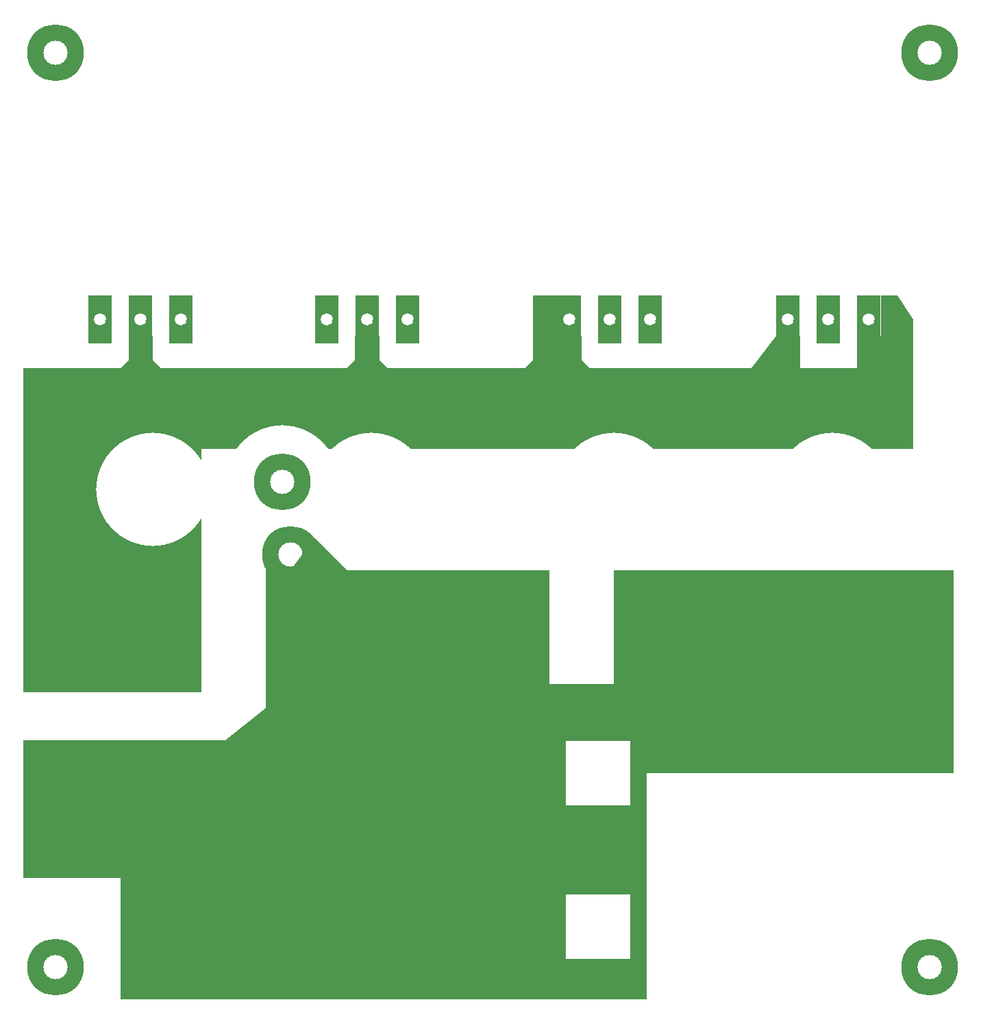
<source format=gbr>
G04 Top layer of Cree evaluation board*
%FSLAX32Y32*%
%MOMM*%
%ADD10C,7.00X3.00*%
%ADD11C,14.00*%
%ADD22R,3.0X6.0X1.5*%
%ADD23O,3.0X6.0X1.5*%
%ADD24R,8.0X8.0*%
G04 top layer main region 1*
%LPD*%
G01*
G36*
X00200Y04000D02*
X02400Y04000D01*
X02400Y07000D01*
X11200Y07000D01*

X11200Y08600D01*
X11000Y08900D01*
X10800Y08900D01*
X10800Y08400D01*
X10500Y08400D01*
X10500Y08000D01*

X09800Y08000D01*
X09800Y08400D01*
X09500Y08400D01*
X09200Y08000D01*

X07200Y08000D01*
X07100Y08100D01*
X07100Y08400D01*
X06800Y08400D01*
X06800Y08900D01*
X06500Y08900D01*
X06500Y08100D01*
X06400Y08000D01*

X04700Y08000D01*
X04600Y08100D01*
X04600Y08400D01*
X04300Y08400D01*
X04300Y08400D01*
X04300Y08100D01*
X04200Y08000D01*

X01900Y08000D01*
X01800Y08100D01*
X01800Y08400D01*
X01500Y08400D01*
X01500Y08100D01*
X01400Y08000D01*

X00200Y08000D01*
X00200Y04000D01*
G37*
G04 top layer main region 2*
G01*
G36*
X00200Y01700D02*
X01400Y01700D01*
X01400Y00200D01*
X07900Y00200D01*
X07900Y03000D01*
X11700Y03000D01*
X11700Y05500D01*
X07500Y05500D01*
X07500Y04100D01*
X06700Y04100D01*
X06700Y05500D01*
X04200Y05500D01*
X03800Y05900D01*
X03500Y05500D01*
X03200Y05600D01*
X03200Y03800D01*
X02700Y03400D01*
X00200Y03400D01*
X00200Y01700D01*
G37*
G04 Flash MOSFET and DIODE patches*
D22*
X01150Y08600D03*
X01650Y08600D03*
X02150Y08600D03*
X03950Y08600D03*
X04450Y08600D03*
X04950Y08600D03*
X06950Y08600D03*
X07450Y08600D03*
X07950Y08600D03*
X09650Y08600D03*
X10150Y08600D03*
X10650Y08600D03*
G04 Flash large circular corner patches with holes*
D10*
X00600Y00600D03*
X11400Y00600D03*
X00600Y11900D03*
X11400Y11900D03*
G04 Flash large holes*
%LPC*%
D11*
X01800Y06500D03*
X04500Y06500D03*
X07500Y06500D03*
X10200Y06500D03*
X03400Y06600D03*
%LPD*%
G04 Flash additional large circular patches with holes*
D10*
X03400Y06600D03*
X03500Y05700D03*
G04 Flash square holes for large capacitors*
%LPC*%
D24*
X07300Y01100D03*
X07300Y03000D03*
%LPD*%
M02*

</source>
